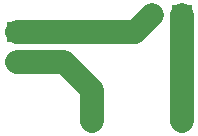
<source format=gbr>
G04 #@! TF.GenerationSoftware,KiCad,Pcbnew,8.0.4+dfsg-1*
G04 #@! TF.CreationDate,2025-05-29T21:28:12+02:00*
G04 #@! TF.ProjectId,pcb simple,70636220-7369-46d7-906c-652e6b696361,rev?*
G04 #@! TF.SameCoordinates,Original*
G04 #@! TF.FileFunction,Copper,L2,Bot*
G04 #@! TF.FilePolarity,Positive*
%FSLAX46Y46*%
G04 Gerber Fmt 4.6, Leading zero omitted, Abs format (unit mm)*
G04 Created by KiCad (PCBNEW 8.0.4+dfsg-1) date 2025-05-29 21:28:12*
%MOMM*%
%LPD*%
G01*
G04 APERTURE LIST*
G04 #@! TA.AperFunction,ComponentPad*
%ADD10C,1.600000*%
G04 #@! TD*
G04 #@! TA.AperFunction,ComponentPad*
%ADD11O,1.600000X1.600000*%
G04 #@! TD*
G04 #@! TA.AperFunction,ComponentPad*
%ADD12R,1.700000X1.700000*%
G04 #@! TD*
G04 #@! TA.AperFunction,ComponentPad*
%ADD13O,1.700000X1.700000*%
G04 #@! TD*
G04 #@! TA.AperFunction,ComponentPad*
%ADD14R,1.800000X1.800000*%
G04 #@! TD*
G04 #@! TA.AperFunction,ComponentPad*
%ADD15C,1.800000*%
G04 #@! TD*
G04 #@! TA.AperFunction,Conductor*
%ADD16C,2.000000*%
G04 #@! TD*
G04 APERTURE END LIST*
D10*
G04 #@! TO.P,R1,1*
G04 #@! TO.N,Net-(D1-K)*
X107000000Y-98000000D03*
D11*
G04 #@! TO.P,R1,2*
G04 #@! TO.N,Net-(J1-Pin_2)*
X99380000Y-98000000D03*
G04 #@! TD*
D12*
G04 #@! TO.P,J1,1,Pin_1*
G04 #@! TO.N,Net-(D1-A)*
X93000000Y-90460000D03*
D13*
G04 #@! TO.P,J1,2,Pin_2*
G04 #@! TO.N,Net-(J1-Pin_2)*
X93000000Y-93000000D03*
G04 #@! TD*
D14*
G04 #@! TO.P,D1,1,K*
G04 #@! TO.N,Net-(D1-K)*
X107000000Y-89000000D03*
D15*
G04 #@! TO.P,D1,2,A*
G04 #@! TO.N,Net-(D1-A)*
X104460000Y-89000000D03*
G04 #@! TD*
D16*
G04 #@! TO.N,Net-(D1-K)*
X107000000Y-89000000D02*
X107000000Y-98000000D01*
G04 #@! TO.N,Net-(D1-A)*
X93000000Y-90460000D02*
X103000000Y-90460000D01*
X103000000Y-90460000D02*
X104460000Y-89000000D01*
G04 #@! TO.N,Net-(J1-Pin_2)*
X97000000Y-93000000D02*
X93000000Y-93000000D01*
X99380000Y-98000000D02*
X99380000Y-95380000D01*
X99380000Y-95380000D02*
X97000000Y-93000000D01*
G04 #@! TD*
M02*

</source>
